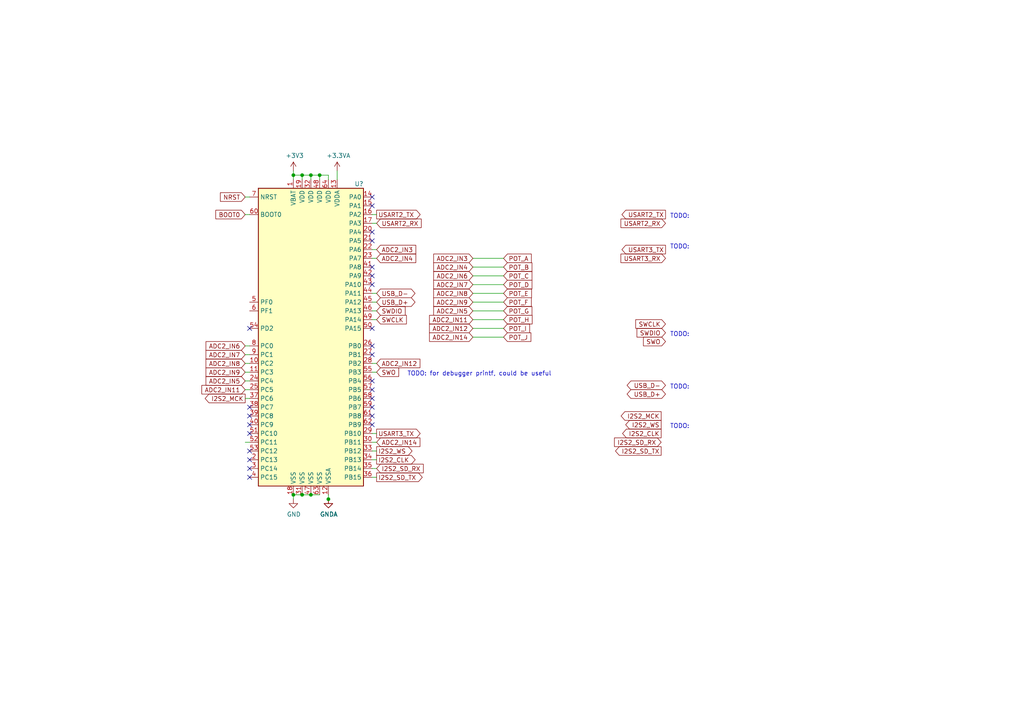
<source format=kicad_sch>
(kicad_sch (version 20211123) (generator eeschema)

  (uuid bbb4efa0-6d33-4d06-91a2-9f5ee4de8252)

  (paper "A4")

  (lib_symbols
    (symbol "MCU_ST_STM32F3:STM32F303RETx" (in_bom yes) (on_board yes)
      (property "Reference" "U" (id 0) (at -15.24 44.45 0)
        (effects (font (size 1.27 1.27)) (justify left))
      )
      (property "Value" "STM32F303RETx" (id 1) (at 10.16 44.45 0)
        (effects (font (size 1.27 1.27)) (justify left))
      )
      (property "Footprint" "Package_QFP:LQFP-64_10x10mm_P0.5mm" (id 2) (at -15.24 -43.18 0)
        (effects (font (size 1.27 1.27)) (justify right) hide)
      )
      (property "Datasheet" "http://www.st.com/st-web-ui/static/active/en/resource/technical/document/datasheet/DM00118585.pdf" (id 3) (at 0 0 0)
        (effects (font (size 1.27 1.27)) hide)
      )
      (property "ki_keywords" "ARM Cortex-M4 STM32F3 STM32F303" (id 4) (at 0 0 0)
        (effects (font (size 1.27 1.27)) hide)
      )
      (property "ki_description" "ARM Cortex-M4 MCU, 512KB flash, 64KB RAM, 72MHz, 2-3.6V, 51 GPIO, LQFP-64" (id 5) (at 0 0 0)
        (effects (font (size 1.27 1.27)) hide)
      )
      (property "ki_fp_filters" "LQFP*10x10mm*P0.5mm*" (id 6) (at 0 0 0)
        (effects (font (size 1.27 1.27)) hide)
      )
      (symbol "STM32F303RETx_0_1"
        (rectangle (start -15.24 -43.18) (end 15.24 43.18)
          (stroke (width 0.254) (type default) (color 0 0 0 0))
          (fill (type background))
        )
      )
      (symbol "STM32F303RETx_1_1"
        (pin power_in line (at -5.08 45.72 270) (length 2.54)
          (name "VBAT" (effects (font (size 1.27 1.27))))
          (number "1" (effects (font (size 1.27 1.27))))
        )
        (pin bidirectional line (at -17.78 -7.62 0) (length 2.54)
          (name "PC2" (effects (font (size 1.27 1.27))))
          (number "10" (effects (font (size 1.27 1.27))))
        )
        (pin bidirectional line (at -17.78 -10.16 0) (length 2.54)
          (name "PC3" (effects (font (size 1.27 1.27))))
          (number "11" (effects (font (size 1.27 1.27))))
        )
        (pin power_in line (at 5.08 -45.72 90) (length 2.54)
          (name "VSSA" (effects (font (size 1.27 1.27))))
          (number "12" (effects (font (size 1.27 1.27))))
        )
        (pin power_in line (at 7.62 45.72 270) (length 2.54)
          (name "VDDA" (effects (font (size 1.27 1.27))))
          (number "13" (effects (font (size 1.27 1.27))))
        )
        (pin bidirectional line (at 17.78 40.64 180) (length 2.54)
          (name "PA0" (effects (font (size 1.27 1.27))))
          (number "14" (effects (font (size 1.27 1.27))))
        )
        (pin bidirectional line (at 17.78 38.1 180) (length 2.54)
          (name "PA1" (effects (font (size 1.27 1.27))))
          (number "15" (effects (font (size 1.27 1.27))))
        )
        (pin bidirectional line (at 17.78 35.56 180) (length 2.54)
          (name "PA2" (effects (font (size 1.27 1.27))))
          (number "16" (effects (font (size 1.27 1.27))))
        )
        (pin bidirectional line (at 17.78 33.02 180) (length 2.54)
          (name "PA3" (effects (font (size 1.27 1.27))))
          (number "17" (effects (font (size 1.27 1.27))))
        )
        (pin power_in line (at -5.08 -45.72 90) (length 2.54)
          (name "VSS" (effects (font (size 1.27 1.27))))
          (number "18" (effects (font (size 1.27 1.27))))
        )
        (pin power_in line (at -2.54 45.72 270) (length 2.54)
          (name "VDD" (effects (font (size 1.27 1.27))))
          (number "19" (effects (font (size 1.27 1.27))))
        )
        (pin bidirectional line (at -17.78 -35.56 0) (length 2.54)
          (name "PC13" (effects (font (size 1.27 1.27))))
          (number "2" (effects (font (size 1.27 1.27))))
        )
        (pin bidirectional line (at 17.78 30.48 180) (length 2.54)
          (name "PA4" (effects (font (size 1.27 1.27))))
          (number "20" (effects (font (size 1.27 1.27))))
        )
        (pin bidirectional line (at 17.78 27.94 180) (length 2.54)
          (name "PA5" (effects (font (size 1.27 1.27))))
          (number "21" (effects (font (size 1.27 1.27))))
        )
        (pin bidirectional line (at 17.78 25.4 180) (length 2.54)
          (name "PA6" (effects (font (size 1.27 1.27))))
          (number "22" (effects (font (size 1.27 1.27))))
        )
        (pin bidirectional line (at 17.78 22.86 180) (length 2.54)
          (name "PA7" (effects (font (size 1.27 1.27))))
          (number "23" (effects (font (size 1.27 1.27))))
        )
        (pin bidirectional line (at -17.78 -12.7 0) (length 2.54)
          (name "PC4" (effects (font (size 1.27 1.27))))
          (number "24" (effects (font (size 1.27 1.27))))
        )
        (pin bidirectional line (at -17.78 -15.24 0) (length 2.54)
          (name "PC5" (effects (font (size 1.27 1.27))))
          (number "25" (effects (font (size 1.27 1.27))))
        )
        (pin bidirectional line (at 17.78 -2.54 180) (length 2.54)
          (name "PB0" (effects (font (size 1.27 1.27))))
          (number "26" (effects (font (size 1.27 1.27))))
        )
        (pin bidirectional line (at 17.78 -5.08 180) (length 2.54)
          (name "PB1" (effects (font (size 1.27 1.27))))
          (number "27" (effects (font (size 1.27 1.27))))
        )
        (pin bidirectional line (at 17.78 -7.62 180) (length 2.54)
          (name "PB2" (effects (font (size 1.27 1.27))))
          (number "28" (effects (font (size 1.27 1.27))))
        )
        (pin bidirectional line (at 17.78 -27.94 180) (length 2.54)
          (name "PB10" (effects (font (size 1.27 1.27))))
          (number "29" (effects (font (size 1.27 1.27))))
        )
        (pin bidirectional line (at -17.78 -38.1 0) (length 2.54)
          (name "PC14" (effects (font (size 1.27 1.27))))
          (number "3" (effects (font (size 1.27 1.27))))
        )
        (pin bidirectional line (at 17.78 -30.48 180) (length 2.54)
          (name "PB11" (effects (font (size 1.27 1.27))))
          (number "30" (effects (font (size 1.27 1.27))))
        )
        (pin power_in line (at -2.54 -45.72 90) (length 2.54)
          (name "VSS" (effects (font (size 1.27 1.27))))
          (number "31" (effects (font (size 1.27 1.27))))
        )
        (pin power_in line (at 0 45.72 270) (length 2.54)
          (name "VDD" (effects (font (size 1.27 1.27))))
          (number "32" (effects (font (size 1.27 1.27))))
        )
        (pin bidirectional line (at 17.78 -33.02 180) (length 2.54)
          (name "PB12" (effects (font (size 1.27 1.27))))
          (number "33" (effects (font (size 1.27 1.27))))
        )
        (pin bidirectional line (at 17.78 -35.56 180) (length 2.54)
          (name "PB13" (effects (font (size 1.27 1.27))))
          (number "34" (effects (font (size 1.27 1.27))))
        )
        (pin bidirectional line (at 17.78 -38.1 180) (length 2.54)
          (name "PB14" (effects (font (size 1.27 1.27))))
          (number "35" (effects (font (size 1.27 1.27))))
        )
        (pin bidirectional line (at 17.78 -40.64 180) (length 2.54)
          (name "PB15" (effects (font (size 1.27 1.27))))
          (number "36" (effects (font (size 1.27 1.27))))
        )
        (pin bidirectional line (at -17.78 -17.78 0) (length 2.54)
          (name "PC6" (effects (font (size 1.27 1.27))))
          (number "37" (effects (font (size 1.27 1.27))))
        )
        (pin bidirectional line (at -17.78 -20.32 0) (length 2.54)
          (name "PC7" (effects (font (size 1.27 1.27))))
          (number "38" (effects (font (size 1.27 1.27))))
        )
        (pin bidirectional line (at -17.78 -22.86 0) (length 2.54)
          (name "PC8" (effects (font (size 1.27 1.27))))
          (number "39" (effects (font (size 1.27 1.27))))
        )
        (pin bidirectional line (at -17.78 -40.64 0) (length 2.54)
          (name "PC15" (effects (font (size 1.27 1.27))))
          (number "4" (effects (font (size 1.27 1.27))))
        )
        (pin bidirectional line (at -17.78 -25.4 0) (length 2.54)
          (name "PC9" (effects (font (size 1.27 1.27))))
          (number "40" (effects (font (size 1.27 1.27))))
        )
        (pin bidirectional line (at 17.78 20.32 180) (length 2.54)
          (name "PA8" (effects (font (size 1.27 1.27))))
          (number "41" (effects (font (size 1.27 1.27))))
        )
        (pin bidirectional line (at 17.78 17.78 180) (length 2.54)
          (name "PA9" (effects (font (size 1.27 1.27))))
          (number "42" (effects (font (size 1.27 1.27))))
        )
        (pin bidirectional line (at 17.78 15.24 180) (length 2.54)
          (name "PA10" (effects (font (size 1.27 1.27))))
          (number "43" (effects (font (size 1.27 1.27))))
        )
        (pin bidirectional line (at 17.78 12.7 180) (length 2.54)
          (name "PA11" (effects (font (size 1.27 1.27))))
          (number "44" (effects (font (size 1.27 1.27))))
        )
        (pin bidirectional line (at 17.78 10.16 180) (length 2.54)
          (name "PA12" (effects (font (size 1.27 1.27))))
          (number "45" (effects (font (size 1.27 1.27))))
        )
        (pin bidirectional line (at 17.78 7.62 180) (length 2.54)
          (name "PA13" (effects (font (size 1.27 1.27))))
          (number "46" (effects (font (size 1.27 1.27))))
        )
        (pin power_in line (at 0 -45.72 90) (length 2.54)
          (name "VSS" (effects (font (size 1.27 1.27))))
          (number "47" (effects (font (size 1.27 1.27))))
        )
        (pin power_in line (at 2.54 45.72 270) (length 2.54)
          (name "VDD" (effects (font (size 1.27 1.27))))
          (number "48" (effects (font (size 1.27 1.27))))
        )
        (pin bidirectional line (at 17.78 5.08 180) (length 2.54)
          (name "PA14" (effects (font (size 1.27 1.27))))
          (number "49" (effects (font (size 1.27 1.27))))
        )
        (pin input line (at -17.78 10.16 0) (length 2.54)
          (name "PF0" (effects (font (size 1.27 1.27))))
          (number "5" (effects (font (size 1.27 1.27))))
        )
        (pin bidirectional line (at 17.78 2.54 180) (length 2.54)
          (name "PA15" (effects (font (size 1.27 1.27))))
          (number "50" (effects (font (size 1.27 1.27))))
        )
        (pin bidirectional line (at -17.78 -27.94 0) (length 2.54)
          (name "PC10" (effects (font (size 1.27 1.27))))
          (number "51" (effects (font (size 1.27 1.27))))
        )
        (pin bidirectional line (at -17.78 -30.48 0) (length 2.54)
          (name "PC11" (effects (font (size 1.27 1.27))))
          (number "52" (effects (font (size 1.27 1.27))))
        )
        (pin bidirectional line (at -17.78 -33.02 0) (length 2.54)
          (name "PC12" (effects (font (size 1.27 1.27))))
          (number "53" (effects (font (size 1.27 1.27))))
        )
        (pin bidirectional line (at -17.78 2.54 0) (length 2.54)
          (name "PD2" (effects (font (size 1.27 1.27))))
          (number "54" (effects (font (size 1.27 1.27))))
        )
        (pin bidirectional line (at 17.78 -10.16 180) (length 2.54)
          (name "PB3" (effects (font (size 1.27 1.27))))
          (number "55" (effects (font (size 1.27 1.27))))
        )
        (pin bidirectional line (at 17.78 -12.7 180) (length 2.54)
          (name "PB4" (effects (font (size 1.27 1.27))))
          (number "56" (effects (font (size 1.27 1.27))))
        )
        (pin bidirectional line (at 17.78 -15.24 180) (length 2.54)
          (name "PB5" (effects (font (size 1.27 1.27))))
          (number "57" (effects (font (size 1.27 1.27))))
        )
        (pin bidirectional line (at 17.78 -17.78 180) (length 2.54)
          (name "PB6" (effects (font (size 1.27 1.27))))
          (number "58" (effects (font (size 1.27 1.27))))
        )
        (pin bidirectional line (at 17.78 -20.32 180) (length 2.54)
          (name "PB7" (effects (font (size 1.27 1.27))))
          (number "59" (effects (font (size 1.27 1.27))))
        )
        (pin input line (at -17.78 7.62 0) (length 2.54)
          (name "PF1" (effects (font (size 1.27 1.27))))
          (number "6" (effects (font (size 1.27 1.27))))
        )
        (pin input line (at -17.78 35.56 0) (length 2.54)
          (name "BOOT0" (effects (font (size 1.27 1.27))))
          (number "60" (effects (font (size 1.27 1.27))))
        )
        (pin bidirectional line (at 17.78 -22.86 180) (length 2.54)
          (name "PB8" (effects (font (size 1.27 1.27))))
          (number "61" (effects (font (size 1.27 1.27))))
        )
        (pin bidirectional line (at 17.78 -25.4 180) (length 2.54)
          (name "PB9" (effects (font (size 1.27 1.27))))
          (number "62" (effects (font (size 1.27 1.27))))
        )
        (pin power_in line (at 2.54 -45.72 90) (length 2.54)
          (name "VSS" (effects (font (size 1.27 1.27))))
          (number "63" (effects (font (size 1.27 1.27))))
        )
        (pin power_in line (at 5.08 45.72 270) (length 2.54)
          (name "VDD" (effects (font (size 1.27 1.27))))
          (number "64" (effects (font (size 1.27 1.27))))
        )
        (pin input line (at -17.78 40.64 0) (length 2.54)
          (name "NRST" (effects (font (size 1.27 1.27))))
          (number "7" (effects (font (size 1.27 1.27))))
        )
        (pin bidirectional line (at -17.78 -2.54 0) (length 2.54)
          (name "PC0" (effects (font (size 1.27 1.27))))
          (number "8" (effects (font (size 1.27 1.27))))
        )
        (pin bidirectional line (at -17.78 -5.08 0) (length 2.54)
          (name "PC1" (effects (font (size 1.27 1.27))))
          (number "9" (effects (font (size 1.27 1.27))))
        )
      )
    )
    (symbol "power:+3.3V" (power) (pin_names (offset 0)) (in_bom yes) (on_board yes)
      (property "Reference" "#PWR" (id 0) (at 0 -3.81 0)
        (effects (font (size 1.27 1.27)) hide)
      )
      (property "Value" "+3.3V" (id 1) (at 0 3.556 0)
        (effects (font (size 1.27 1.27)))
      )
      (property "Footprint" "" (id 2) (at 0 0 0)
        (effects (font (size 1.27 1.27)) hide)
      )
      (property "Datasheet" "" (id 3) (at 0 0 0)
        (effects (font (size 1.27 1.27)) hide)
      )
      (property "ki_keywords" "power-flag" (id 4) (at 0 0 0)
        (effects (font (size 1.27 1.27)) hide)
      )
      (property "ki_description" "Power symbol creates a global label with name \"+3.3V\"" (id 5) (at 0 0 0)
        (effects (font (size 1.27 1.27)) hide)
      )
      (symbol "+3.3V_0_1"
        (polyline
          (pts
            (xy -0.762 1.27)
            (xy 0 2.54)
          )
          (stroke (width 0) (type default) (color 0 0 0 0))
          (fill (type none))
        )
        (polyline
          (pts
            (xy 0 0)
            (xy 0 2.54)
          )
          (stroke (width 0) (type default) (color 0 0 0 0))
          (fill (type none))
        )
        (polyline
          (pts
            (xy 0 2.54)
            (xy 0.762 1.27)
          )
          (stroke (width 0) (type default) (color 0 0 0 0))
          (fill (type none))
        )
      )
      (symbol "+3.3V_1_1"
        (pin power_in line (at 0 0 90) (length 0) hide
          (name "+3V3" (effects (font (size 1.27 1.27))))
          (number "1" (effects (font (size 1.27 1.27))))
        )
      )
    )
    (symbol "power:+3.3VA" (power) (pin_names (offset 0)) (in_bom yes) (on_board yes)
      (property "Reference" "#PWR" (id 0) (at 0 -3.81 0)
        (effects (font (size 1.27 1.27)) hide)
      )
      (property "Value" "+3.3VA" (id 1) (at 0 3.556 0)
        (effects (font (size 1.27 1.27)))
      )
      (property "Footprint" "" (id 2) (at 0 0 0)
        (effects (font (size 1.27 1.27)) hide)
      )
      (property "Datasheet" "" (id 3) (at 0 0 0)
        (effects (font (size 1.27 1.27)) hide)
      )
      (property "ki_keywords" "power-flag" (id 4) (at 0 0 0)
        (effects (font (size 1.27 1.27)) hide)
      )
      (property "ki_description" "Power symbol creates a global label with name \"+3.3VA\"" (id 5) (at 0 0 0)
        (effects (font (size 1.27 1.27)) hide)
      )
      (symbol "+3.3VA_0_1"
        (polyline
          (pts
            (xy -0.762 1.27)
            (xy 0 2.54)
          )
          (stroke (width 0) (type default) (color 0 0 0 0))
          (fill (type none))
        )
        (polyline
          (pts
            (xy 0 0)
            (xy 0 2.54)
          )
          (stroke (width 0) (type default) (color 0 0 0 0))
          (fill (type none))
        )
        (polyline
          (pts
            (xy 0 2.54)
            (xy 0.762 1.27)
          )
          (stroke (width 0) (type default) (color 0 0 0 0))
          (fill (type none))
        )
      )
      (symbol "+3.3VA_1_1"
        (pin power_in line (at 0 0 90) (length 0) hide
          (name "+3.3VA" (effects (font (size 1.27 1.27))))
          (number "1" (effects (font (size 1.27 1.27))))
        )
      )
    )
    (symbol "power:GND" (power) (pin_names (offset 0)) (in_bom yes) (on_board yes)
      (property "Reference" "#PWR" (id 0) (at 0 -6.35 0)
        (effects (font (size 1.27 1.27)) hide)
      )
      (property "Value" "GND" (id 1) (at 0 -3.81 0)
        (effects (font (size 1.27 1.27)))
      )
      (property "Footprint" "" (id 2) (at 0 0 0)
        (effects (font (size 1.27 1.27)) hide)
      )
      (property "Datasheet" "" (id 3) (at 0 0 0)
        (effects (font (size 1.27 1.27)) hide)
      )
      (property "ki_keywords" "power-flag" (id 4) (at 0 0 0)
        (effects (font (size 1.27 1.27)) hide)
      )
      (property "ki_description" "Power symbol creates a global label with name \"GND\" , ground" (id 5) (at 0 0 0)
        (effects (font (size 1.27 1.27)) hide)
      )
      (symbol "GND_0_1"
        (polyline
          (pts
            (xy 0 0)
            (xy 0 -1.27)
            (xy 1.27 -1.27)
            (xy 0 -2.54)
            (xy -1.27 -1.27)
            (xy 0 -1.27)
          )
          (stroke (width 0) (type default) (color 0 0 0 0))
          (fill (type none))
        )
      )
      (symbol "GND_1_1"
        (pin power_in line (at 0 0 270) (length 0) hide
          (name "GND" (effects (font (size 1.27 1.27))))
          (number "1" (effects (font (size 1.27 1.27))))
        )
      )
    )
    (symbol "power:GNDA" (power) (pin_names (offset 0)) (in_bom yes) (on_board yes)
      (property "Reference" "#PWR" (id 0) (at 0 -6.35 0)
        (effects (font (size 1.27 1.27)) hide)
      )
      (property "Value" "GNDA" (id 1) (at 0 -3.81 0)
        (effects (font (size 1.27 1.27)))
      )
      (property "Footprint" "" (id 2) (at 0 0 0)
        (effects (font (size 1.27 1.27)) hide)
      )
      (property "Datasheet" "" (id 3) (at 0 0 0)
        (effects (font (size 1.27 1.27)) hide)
      )
      (property "ki_keywords" "power-flag" (id 4) (at 0 0 0)
        (effects (font (size 1.27 1.27)) hide)
      )
      (property "ki_description" "Power symbol creates a global label with name \"GNDA\" , analog ground" (id 5) (at 0 0 0)
        (effects (font (size 1.27 1.27)) hide)
      )
      (symbol "GNDA_0_1"
        (polyline
          (pts
            (xy 0 0)
            (xy 0 -1.27)
            (xy 1.27 -1.27)
            (xy 0 -2.54)
            (xy -1.27 -1.27)
            (xy 0 -1.27)
          )
          (stroke (width 0) (type default) (color 0 0 0 0))
          (fill (type none))
        )
      )
      (symbol "GNDA_1_1"
        (pin power_in line (at 0 0 270) (length 0) hide
          (name "GNDA" (effects (font (size 1.27 1.27))))
          (number "1" (effects (font (size 1.27 1.27))))
        )
      )
    )
  )

  (junction (at 90.17 143.51) (diameter 0) (color 0 0 0 0)
    (uuid 2d7e6aca-3e4a-483c-8d78-12bd0636bec2)
  )
  (junction (at 95.25 144.78) (diameter 0) (color 0 0 0 0)
    (uuid 4802a032-9cea-4459-8265-eb335b9644f6)
  )
  (junction (at 90.17 50.8) (diameter 0) (color 0 0 0 0)
    (uuid 572385ff-4dde-46aa-b5dc-163093861417)
  )
  (junction (at 92.71 50.8) (diameter 0) (color 0 0 0 0)
    (uuid 671b3f40-a768-4934-8a47-f98f271cbadb)
  )
  (junction (at 87.63 143.51) (diameter 0) (color 0 0 0 0)
    (uuid 9ca58fa5-9018-46ea-8bc5-a889a3d01b03)
  )
  (junction (at 85.09 50.8) (diameter 0) (color 0 0 0 0)
    (uuid b6c52a02-0bc5-4f89-bf70-ab56d26bba61)
  )
  (junction (at 85.09 143.51) (diameter 0) (color 0 0 0 0)
    (uuid c071a080-e560-48ac-bf33-25a700352a29)
  )
  (junction (at 87.63 50.8) (diameter 0) (color 0 0 0 0)
    (uuid d663d52d-f313-499c-8c88-bdc00f21864f)
  )

  (no_connect (at 107.95 82.55) (uuid 0b3d4617-2923-46f1-91a3-6eb75b3501d7))
  (no_connect (at 107.95 80.01) (uuid 1374226c-b8c4-42a4-b5f8-91996b187e01))
  (no_connect (at 107.95 100.33) (uuid 3f2776c4-24fd-4f90-b66c-d76be9f74772))
  (no_connect (at 72.39 130.81) (uuid 49564a6e-8cb3-4149-b53e-442cad181414))
  (no_connect (at 107.95 67.31) (uuid 4e44f083-a83c-43ad-92e0-8db8ad5d6490))
  (no_connect (at 107.95 77.47) (uuid 6360339b-15c3-418d-b31a-e42c2adf8f55))
  (no_connect (at 72.39 138.43) (uuid 672061ab-ced8-4dbe-a519-a8e71f4c2251))
  (no_connect (at 107.95 95.25) (uuid 6d8f8588-0e87-4206-87f6-d8fa5d82289b))
  (no_connect (at 107.95 69.85) (uuid 756702b4-fdf0-4d01-95cb-89fd7979b11d))
  (no_connect (at 107.95 59.69) (uuid 7777bc38-800e-46f0-9682-2628a1b377aa))
  (no_connect (at 72.39 125.73) (uuid 82f17e17-6730-463a-9206-798c26c5b6f2))
  (no_connect (at 72.39 118.11) (uuid 85781bad-21e2-46ba-92a5-646fb01496dd))
  (no_connect (at 107.95 110.49) (uuid 8a3c11c0-b74e-4eda-8493-cb66f3cf0c73))
  (no_connect (at 72.39 123.19) (uuid 995d93fc-2a2b-47d9-9eaf-602748a10e41))
  (no_connect (at 107.95 123.19) (uuid 9d8f7940-b458-43c7-9b14-42bdae89f928))
  (no_connect (at 72.39 120.65) (uuid a95cb202-3781-4bd4-ba5b-8019a43667ab))
  (no_connect (at 107.95 120.65) (uuid aafc70d5-06ae-4efe-a5ff-93eecdbee974))
  (no_connect (at 107.95 113.03) (uuid adae4690-ca29-46ea-839a-0711e6c7dd7c))
  (no_connect (at 72.39 133.35) (uuid b676c1ba-9cc1-49b2-92ba-86cb83db8a0c))
  (no_connect (at 107.95 118.11) (uuid bdca195c-1e06-47d6-afa6-a6eb78f08dc9))
  (no_connect (at 72.39 95.25) (uuid c1f5b1ad-421a-4cac-a15a-1ed06bc491e3))
  (no_connect (at 107.95 102.87) (uuid d591c733-2c1d-4760-8685-2ed0535ee3f7))
  (no_connect (at 107.95 115.57) (uuid f7586753-16fb-495b-8af3-112a5da58311))
  (no_connect (at 72.39 135.89) (uuid f8b0ca46-f1ba-4901-a373-ca29a718c33f))
  (no_connect (at 107.95 57.15) (uuid fb4183b8-4108-485d-a4ce-a40447c3c997))

  (wire (pts (xy 71.12 105.41) (xy 72.39 105.41))
    (stroke (width 0) (type default) (color 0 0 0 0))
    (uuid 017dd043-e90c-467e-bbb0-c408e1f01a71)
  )
  (wire (pts (xy 90.17 50.8) (xy 90.17 52.07))
    (stroke (width 0) (type default) (color 0 0 0 0))
    (uuid 03cc363f-9e8e-426b-88b2-791d1476174f)
  )
  (wire (pts (xy 72.39 57.15) (xy 71.12 57.15))
    (stroke (width 0) (type default) (color 0 0 0 0))
    (uuid 05f03ae9-3ca7-49a5-9b61-83d18c68a23e)
  )
  (wire (pts (xy 85.09 50.8) (xy 85.09 52.07))
    (stroke (width 0) (type default) (color 0 0 0 0))
    (uuid 087ec329-93d6-4b56-bd5d-77752ee19e83)
  )
  (wire (pts (xy 137.16 82.55) (xy 146.05 82.55))
    (stroke (width 0) (type default) (color 0 0 0 0))
    (uuid 099ecebc-0b2b-4b82-8281-87d88f7de7e8)
  )
  (wire (pts (xy 87.63 50.8) (xy 87.63 52.07))
    (stroke (width 0) (type default) (color 0 0 0 0))
    (uuid 221839e8-beb1-4225-a95f-4ac82bc22e30)
  )
  (wire (pts (xy 71.12 62.23) (xy 72.39 62.23))
    (stroke (width 0) (type default) (color 0 0 0 0))
    (uuid 248f52d6-a0c3-4142-bc05-cb3efe81cfac)
  )
  (wire (pts (xy 109.22 125.73) (xy 107.95 125.73))
    (stroke (width 0) (type default) (color 0 0 0 0))
    (uuid 2683b58d-677d-4288-8736-5623288e1ae1)
  )
  (wire (pts (xy 109.22 138.43) (xy 107.95 138.43))
    (stroke (width 0) (type default) (color 0 0 0 0))
    (uuid 26e51a8f-738c-4a2f-a1df-5489c07fa042)
  )
  (wire (pts (xy 137.16 92.71) (xy 146.05 92.71))
    (stroke (width 0) (type default) (color 0 0 0 0))
    (uuid 29bd28a0-5e12-4694-bc6f-b8b8370e6ede)
  )
  (wire (pts (xy 107.95 92.71) (xy 109.22 92.71))
    (stroke (width 0) (type default) (color 0 0 0 0))
    (uuid 2d7c967f-370d-4f3c-8e2a-70dade80aba9)
  )
  (wire (pts (xy 85.09 144.78) (xy 85.09 143.51))
    (stroke (width 0) (type default) (color 0 0 0 0))
    (uuid 2e498693-5a9c-48e3-ae1a-e33ce50e7754)
  )
  (wire (pts (xy 109.22 133.35) (xy 107.95 133.35))
    (stroke (width 0) (type default) (color 0 0 0 0))
    (uuid 370bd9b2-d5f3-437a-a015-2fc06aeea07d)
  )
  (wire (pts (xy 109.22 128.27) (xy 107.95 128.27))
    (stroke (width 0) (type default) (color 0 0 0 0))
    (uuid 3927b2c1-7dbf-4599-a434-bed997e847b8)
  )
  (wire (pts (xy 107.95 130.81) (xy 109.22 130.81))
    (stroke (width 0) (type default) (color 0 0 0 0))
    (uuid 3aeeb07a-22da-4cc7-8917-4ee70fb3ddc4)
  )
  (wire (pts (xy 90.17 143.51) (xy 87.63 143.51))
    (stroke (width 0) (type default) (color 0 0 0 0))
    (uuid 3b2fb03a-3989-4cef-96be-e58c2a978469)
  )
  (wire (pts (xy 109.22 107.95) (xy 107.95 107.95))
    (stroke (width 0) (type default) (color 0 0 0 0))
    (uuid 438c0309-aade-4257-9259-de4ef8b55908)
  )
  (wire (pts (xy 107.95 64.77) (xy 109.22 64.77))
    (stroke (width 0) (type default) (color 0 0 0 0))
    (uuid 459bc8fa-3d78-4266-99e0-44b7343aa29b)
  )
  (wire (pts (xy 146.05 85.09) (xy 137.16 85.09))
    (stroke (width 0) (type default) (color 0 0 0 0))
    (uuid 4828fa4d-27b1-4dd9-b30e-d3181a2e539a)
  )
  (wire (pts (xy 92.71 50.8) (xy 92.71 52.07))
    (stroke (width 0) (type default) (color 0 0 0 0))
    (uuid 51381f42-cb21-4056-91df-7217dd3fc4ca)
  )
  (wire (pts (xy 137.16 97.79) (xy 146.05 97.79))
    (stroke (width 0) (type default) (color 0 0 0 0))
    (uuid 515ce862-9143-4412-9966-c83588758b2b)
  )
  (wire (pts (xy 72.39 100.33) (xy 71.12 100.33))
    (stroke (width 0) (type default) (color 0 0 0 0))
    (uuid 52374fb5-335f-463d-9809-a28e404426eb)
  )
  (wire (pts (xy 87.63 50.8) (xy 90.17 50.8))
    (stroke (width 0) (type default) (color 0 0 0 0))
    (uuid 5422532e-0cf5-4d5e-a854-cc7f6364ccef)
  )
  (wire (pts (xy 72.39 128.27) (xy 71.12 128.27))
    (stroke (width 0) (type default) (color 0 0 0 0))
    (uuid 63f2f71d-4237-4953-9104-dc094b933a18)
  )
  (wire (pts (xy 97.79 49.53) (xy 97.79 52.07))
    (stroke (width 0) (type default) (color 0 0 0 0))
    (uuid 6a8df660-aa30-44c2-b95f-7e0b674e7d4c)
  )
  (wire (pts (xy 85.09 49.53) (xy 85.09 50.8))
    (stroke (width 0) (type default) (color 0 0 0 0))
    (uuid 6d043b6a-c539-4855-839b-7dfadf1e890e)
  )
  (wire (pts (xy 146.05 95.25) (xy 137.16 95.25))
    (stroke (width 0) (type default) (color 0 0 0 0))
    (uuid 6d0f1447-e51e-40f8-a75f-a733fb7700ed)
  )
  (wire (pts (xy 90.17 143.51) (xy 92.71 143.51))
    (stroke (width 0) (type default) (color 0 0 0 0))
    (uuid 6f19545a-560c-4ec5-a069-9699d4c86d30)
  )
  (wire (pts (xy 90.17 50.8) (xy 92.71 50.8))
    (stroke (width 0) (type default) (color 0 0 0 0))
    (uuid 735e1ca8-0362-491a-aafe-3a82ead0c49d)
  )
  (wire (pts (xy 72.39 102.87) (xy 71.12 102.87))
    (stroke (width 0) (type default) (color 0 0 0 0))
    (uuid 7f56236f-af88-4caf-ab65-14df41d4befa)
  )
  (wire (pts (xy 137.16 87.63) (xy 146.05 87.63))
    (stroke (width 0) (type default) (color 0 0 0 0))
    (uuid 808fa804-cc29-4faf-a875-46e68dd8db35)
  )
  (wire (pts (xy 146.05 80.01) (xy 137.16 80.01))
    (stroke (width 0) (type default) (color 0 0 0 0))
    (uuid 81872f8b-e951-41d3-a4e0-0bc34d6e77b5)
  )
  (wire (pts (xy 109.22 90.17) (xy 107.95 90.17))
    (stroke (width 0) (type default) (color 0 0 0 0))
    (uuid 84c9e9ad-584f-4fe3-af79-d384f47841dc)
  )
  (wire (pts (xy 85.09 143.51) (xy 87.63 143.51))
    (stroke (width 0) (type default) (color 0 0 0 0))
    (uuid 850eddf9-ef2b-446a-822d-fa873d2c3aad)
  )
  (wire (pts (xy 71.12 110.49) (xy 72.39 110.49))
    (stroke (width 0) (type default) (color 0 0 0 0))
    (uuid 9785f258-08ea-4574-a37a-533393e9ddb2)
  )
  (wire (pts (xy 137.16 74.93) (xy 146.05 74.93))
    (stroke (width 0) (type default) (color 0 0 0 0))
    (uuid 9c0bdf1c-f557-4094-a9fe-b2aa15480f33)
  )
  (wire (pts (xy 72.39 107.95) (xy 71.12 107.95))
    (stroke (width 0) (type default) (color 0 0 0 0))
    (uuid a01e33e8-442d-4737-bf10-6f51667b391c)
  )
  (wire (pts (xy 95.25 144.78) (xy 95.25 143.51))
    (stroke (width 0) (type default) (color 0 0 0 0))
    (uuid a23ac190-17b5-46d2-bdee-b0e543141a42)
  )
  (wire (pts (xy 92.71 50.8) (xy 95.25 50.8))
    (stroke (width 0) (type default) (color 0 0 0 0))
    (uuid a7a1388e-f230-40d3-8e0c-7076eacdbc43)
  )
  (wire (pts (xy 95.25 50.8) (xy 95.25 52.07))
    (stroke (width 0) (type default) (color 0 0 0 0))
    (uuid b24fac93-b458-46ec-9fcc-12c0b04b3019)
  )
  (wire (pts (xy 107.95 87.63) (xy 109.22 87.63))
    (stroke (width 0) (type default) (color 0 0 0 0))
    (uuid b32f66da-e0fb-4b94-a174-04d07694dc79)
  )
  (wire (pts (xy 109.22 135.89) (xy 107.95 135.89))
    (stroke (width 0) (type default) (color 0 0 0 0))
    (uuid bc39d05d-2f17-49c6-acd9-20183bb0221e)
  )
  (wire (pts (xy 72.39 113.03) (xy 71.12 113.03))
    (stroke (width 0) (type default) (color 0 0 0 0))
    (uuid da5f2b88-6aab-4951-8055-eb6e1293334f)
  )
  (wire (pts (xy 109.22 72.39) (xy 107.95 72.39))
    (stroke (width 0) (type default) (color 0 0 0 0))
    (uuid dc2e8d0f-e354-4b50-9e4e-82c071407597)
  )
  (wire (pts (xy 109.22 85.09) (xy 107.95 85.09))
    (stroke (width 0) (type default) (color 0 0 0 0))
    (uuid dd76c3f0-e496-443e-b2aa-e2b6fff6b8fe)
  )
  (wire (pts (xy 146.05 90.17) (xy 137.16 90.17))
    (stroke (width 0) (type default) (color 0 0 0 0))
    (uuid df4342ca-22d6-47ad-81e7-63beac82a603)
  )
  (wire (pts (xy 87.63 50.8) (xy 85.09 50.8))
    (stroke (width 0) (type default) (color 0 0 0 0))
    (uuid e1c07498-e7c4-4df5-a0d2-67c05c13128a)
  )
  (wire (pts (xy 137.16 77.47) (xy 146.05 77.47))
    (stroke (width 0) (type default) (color 0 0 0 0))
    (uuid e86f83a6-5c51-403c-a66f-4a2e20bae95b)
  )
  (wire (pts (xy 72.39 115.57) (xy 71.12 115.57))
    (stroke (width 0) (type default) (color 0 0 0 0))
    (uuid f2ba5e25-cfbe-426b-9ee6-81d18418157d)
  )
  (wire (pts (xy 107.95 74.93) (xy 109.22 74.93))
    (stroke (width 0) (type default) (color 0 0 0 0))
    (uuid f6c39c9a-5eb1-4e77-a0da-32730599f315)
  )
  (wire (pts (xy 109.22 62.23) (xy 107.95 62.23))
    (stroke (width 0) (type default) (color 0 0 0 0))
    (uuid ff2aefa1-a5d6-4a8c-acdc-67a7695e8de2)
  )
  (wire (pts (xy 109.22 105.41) (xy 107.95 105.41))
    (stroke (width 0) (type default) (color 0 0 0 0))
    (uuid ff70eab4-d330-429b-bfe8-ac48168be9be)
  )

  (text "TODO: \n" (at 194.31 63.5 0)
    (effects (font (size 1.27 1.27)) (justify left bottom))
    (uuid 1593f11f-0dac-4804-9178-6cfb6f4e0f45)
  )
  (text "TODO: \n" (at 194.31 124.46 0)
    (effects (font (size 1.27 1.27)) (justify left bottom))
    (uuid 2b48a417-8522-4071-bba5-571e0cedc48a)
  )
  (text "TODO: for debugger printf, could be useful\n" (at 118.11 109.22 0)
    (effects (font (size 1.27 1.27)) (justify left bottom))
    (uuid 66ebc5cd-a210-46be-9f71-754e917def58)
  )
  (text "TODO: \n" (at 194.31 97.79 0)
    (effects (font (size 1.27 1.27)) (justify left bottom))
    (uuid 8ec117c3-6211-49fb-8336-78f0cf2f969d)
  )
  (text "TODO: \n" (at 194.31 113.03 0)
    (effects (font (size 1.27 1.27)) (justify left bottom))
    (uuid abdd2f8a-91f9-44ad-acdf-08b468c79427)
  )
  (text "TODO: \n" (at 194.31 72.39 0)
    (effects (font (size 1.27 1.27)) (justify left bottom))
    (uuid b3e41d3f-fd58-4608-bdd7-58b6a290f859)
  )

  (global_label "ADC2_IN3" (shape input) (at 109.22 72.39 0) (fields_autoplaced)
    (effects (font (size 1.27 1.27)) (justify left))
    (uuid 002d8f0a-3a08-4fb5-ae0b-fcb1cbc2116c)
    (property "Intersheet References" "${INTERSHEET_REFS}" (id 0) (at 0 0 0)
      (effects (font (size 1.27 1.27)) hide)
    )
  )
  (global_label "ADC2_IN5" (shape input) (at 137.16 90.17 180) (fields_autoplaced)
    (effects (font (size 1.27 1.27)) (justify right))
    (uuid 0a45295a-2888-47d0-9ef6-46b2c10429f1)
    (property "Intersheet References" "${INTERSHEET_REFS}" (id 0) (at 0 0 0)
      (effects (font (size 1.27 1.27)) hide)
    )
  )
  (global_label "USART2_TX" (shape output) (at 109.22 62.23 0) (fields_autoplaced)
    (effects (font (size 1.27 1.27)) (justify left))
    (uuid 0be1c7c3-ce89-4012-9013-372c6ec98b51)
    (property "Intersheet References" "${INTERSHEET_REFS}" (id 0) (at 0 0 0)
      (effects (font (size 1.27 1.27)) hide)
    )
  )
  (global_label "USART3_RX" (shape input) (at 193.04 74.93 180) (fields_autoplaced)
    (effects (font (size 1.27 1.27)) (justify right))
    (uuid 0bf2261d-ab02-423b-8ec9-1492a2c64c83)
    (property "Intersheet References" "${INTERSHEET_REFS}" (id 0) (at 0 0 0)
      (effects (font (size 1.27 1.27)) hide)
    )
  )
  (global_label "SWDIO" (shape input) (at 109.22 90.17 0) (fields_autoplaced)
    (effects (font (size 1.27 1.27)) (justify left))
    (uuid 1136f85f-9546-49b2-b252-a41df4b234bf)
    (property "Intersheet References" "${INTERSHEET_REFS}" (id 0) (at 0 0 0)
      (effects (font (size 1.27 1.27)) hide)
    )
  )
  (global_label "POT_E" (shape input) (at 146.05 85.09 0) (fields_autoplaced)
    (effects (font (size 1.27 1.27)) (justify left))
    (uuid 154d93d3-7690-40bd-9ca0-d84aae00b1bb)
    (property "Intersheet References" "${INTERSHEET_REFS}" (id 0) (at 0 0 0)
      (effects (font (size 1.27 1.27)) hide)
    )
  )
  (global_label "ADC2_IN6" (shape input) (at 137.16 80.01 180) (fields_autoplaced)
    (effects (font (size 1.27 1.27)) (justify right))
    (uuid 1ba920c7-95a5-46ca-a59f-39d1afd52be5)
    (property "Intersheet References" "${INTERSHEET_REFS}" (id 0) (at 0 0 0)
      (effects (font (size 1.27 1.27)) hide)
    )
  )
  (global_label "USB_D-" (shape bidirectional) (at 193.04 111.76 180) (fields_autoplaced)
    (effects (font (size 1.27 1.27)) (justify right))
    (uuid 1f3abcc8-5c98-4f1b-ab8d-8a80482cc38c)
    (property "Intersheet References" "${INTERSHEET_REFS}" (id 0) (at 0 0 0)
      (effects (font (size 1.27 1.27)) hide)
    )
  )
  (global_label "ADC2_IN12" (shape input) (at 109.22 105.41 0) (fields_autoplaced)
    (effects (font (size 1.27 1.27)) (justify left))
    (uuid 26817a03-d5b1-4cc9-921a-569b19018957)
    (property "Intersheet References" "${INTERSHEET_REFS}" (id 0) (at 0 0 0)
      (effects (font (size 1.27 1.27)) hide)
    )
  )
  (global_label "POT_B" (shape input) (at 146.05 77.47 0) (fields_autoplaced)
    (effects (font (size 1.27 1.27)) (justify left))
    (uuid 37773c6c-4698-4a17-b893-5b717a63d011)
    (property "Intersheet References" "${INTERSHEET_REFS}" (id 0) (at 0 0 0)
      (effects (font (size 1.27 1.27)) hide)
    )
  )
  (global_label "POT_I" (shape input) (at 146.05 95.25 0) (fields_autoplaced)
    (effects (font (size 1.27 1.27)) (justify left))
    (uuid 382881bb-b48b-4285-a6e1-1b7855cd13ee)
    (property "Intersheet References" "${INTERSHEET_REFS}" (id 0) (at 0 0 0)
      (effects (font (size 1.27 1.27)) hide)
    )
  )
  (global_label "I2S2_WS" (shape output) (at 109.22 130.81 0) (fields_autoplaced)
    (effects (font (size 1.27 1.27)) (justify left))
    (uuid 38c03227-3bf4-4eeb-9e8e-3a43fbd44e89)
    (property "Intersheet References" "${INTERSHEET_REFS}" (id 0) (at 0 0 0)
      (effects (font (size 1.27 1.27)) hide)
    )
  )
  (global_label "USART2_RX" (shape input) (at 109.22 64.77 0) (fields_autoplaced)
    (effects (font (size 1.27 1.27)) (justify left))
    (uuid 3b73c327-6cde-46fb-a45b-601ea3bf8254)
    (property "Intersheet References" "${INTERSHEET_REFS}" (id 0) (at 0 0 0)
      (effects (font (size 1.27 1.27)) hide)
    )
  )
  (global_label "USB_D+" (shape bidirectional) (at 193.04 114.3 180) (fields_autoplaced)
    (effects (font (size 1.27 1.27)) (justify right))
    (uuid 3c2a063b-f9dd-4686-9b0e-8ffc9bc54105)
    (property "Intersheet References" "${INTERSHEET_REFS}" (id 0) (at 0 0 0)
      (effects (font (size 1.27 1.27)) hide)
    )
  )
  (global_label "SWO" (shape input) (at 109.22 107.95 0) (fields_autoplaced)
    (effects (font (size 1.27 1.27)) (justify left))
    (uuid 3ff6eeaf-a66d-43cd-babf-eab88963ff8f)
    (property "Intersheet References" "${INTERSHEET_REFS}" (id 0) (at 0 0 0)
      (effects (font (size 1.27 1.27)) hide)
    )
  )
  (global_label "ADC2_IN14" (shape input) (at 109.22 128.27 0) (fields_autoplaced)
    (effects (font (size 1.27 1.27)) (justify left))
    (uuid 42bde477-d833-4c1c-bcea-0adc087b9cdb)
    (property "Intersheet References" "${INTERSHEET_REFS}" (id 0) (at 0 0 0)
      (effects (font (size 1.27 1.27)) hide)
    )
  )
  (global_label "I2S2_MCK" (shape output) (at 191.77 120.65 180) (fields_autoplaced)
    (effects (font (size 1.27 1.27)) (justify right))
    (uuid 42c67919-1df4-4b28-a540-09b08ee6e31a)
    (property "Intersheet References" "${INTERSHEET_REFS}" (id 0) (at 0 0 0)
      (effects (font (size 1.27 1.27)) hide)
    )
  )
  (global_label "ADC2_IN11" (shape input) (at 137.16 92.71 180) (fields_autoplaced)
    (effects (font (size 1.27 1.27)) (justify right))
    (uuid 4939317d-74fa-4ea3-8931-c797c9541480)
    (property "Intersheet References" "${INTERSHEET_REFS}" (id 0) (at 0 0 0)
      (effects (font (size 1.27 1.27)) hide)
    )
  )
  (global_label "ADC2_IN8" (shape input) (at 71.12 105.41 180) (fields_autoplaced)
    (effects (font (size 1.27 1.27)) (justify right))
    (uuid 4e5ac205-61af-40a3-9f26-9dd4c0cf50dc)
    (property "Intersheet References" "${INTERSHEET_REFS}" (id 0) (at 0 0 0)
      (effects (font (size 1.27 1.27)) hide)
    )
  )
  (global_label "POT_C" (shape input) (at 146.05 80.01 0) (fields_autoplaced)
    (effects (font (size 1.27 1.27)) (justify left))
    (uuid 5b987337-fde1-4e72-a7ba-b5dd8a9039fa)
    (property "Intersheet References" "${INTERSHEET_REFS}" (id 0) (at 0 0 0)
      (effects (font (size 1.27 1.27)) hide)
    )
  )
  (global_label "ADC2_IN14" (shape input) (at 137.16 97.79 180) (fields_autoplaced)
    (effects (font (size 1.27 1.27)) (justify right))
    (uuid 5efa4020-e82c-478c-9817-a5f423b3f8fb)
    (property "Intersheet References" "${INTERSHEET_REFS}" (id 0) (at 0 0 0)
      (effects (font (size 1.27 1.27)) hide)
    )
  )
  (global_label "ADC2_IN6" (shape input) (at 71.12 100.33 180) (fields_autoplaced)
    (effects (font (size 1.27 1.27)) (justify right))
    (uuid 6156adc7-2037-4421-a8d8-ffbb0b5c3f85)
    (property "Intersheet References" "${INTERSHEET_REFS}" (id 0) (at 0 0 0)
      (effects (font (size 1.27 1.27)) hide)
    )
  )
  (global_label "POT_F" (shape input) (at 146.05 87.63 0) (fields_autoplaced)
    (effects (font (size 1.27 1.27)) (justify left))
    (uuid 61cdd2e4-67d2-4e1a-b559-8c75ac170ac7)
    (property "Intersheet References" "${INTERSHEET_REFS}" (id 0) (at 0 0 0)
      (effects (font (size 1.27 1.27)) hide)
    )
  )
  (global_label "USART3_TX" (shape output) (at 109.22 125.73 0) (fields_autoplaced)
    (effects (font (size 1.27 1.27)) (justify left))
    (uuid 669dbbf9-752b-4463-97ca-6050e043f79a)
    (property "Intersheet References" "${INTERSHEET_REFS}" (id 0) (at 0 0 0)
      (effects (font (size 1.27 1.27)) hide)
    )
  )
  (global_label "I2S2_SD_RX" (shape input) (at 109.22 135.89 0) (fields_autoplaced)
    (effects (font (size 1.27 1.27)) (justify left))
    (uuid 6a24ff16-09d2-4cb0-b187-929bab9ef700)
    (property "Intersheet References" "${INTERSHEET_REFS}" (id 0) (at 0 0 0)
      (effects (font (size 1.27 1.27)) hide)
    )
  )
  (global_label "I2S2_SD_TX" (shape output) (at 191.77 130.81 180) (fields_autoplaced)
    (effects (font (size 1.27 1.27)) (justify right))
    (uuid 6e9de82c-f7b8-484d-a32f-4c7151dc588b)
    (property "Intersheet References" "${INTERSHEET_REFS}" (id 0) (at 0 0 0)
      (effects (font (size 1.27 1.27)) hide)
    )
  )
  (global_label "SWDIO" (shape input) (at 193.04 96.52 180) (fields_autoplaced)
    (effects (font (size 1.27 1.27)) (justify right))
    (uuid 76960e24-1435-4844-8b13-de7bb0469bd5)
    (property "Intersheet References" "${INTERSHEET_REFS}" (id 0) (at 0 0 0)
      (effects (font (size 1.27 1.27)) hide)
    )
  )
  (global_label "ADC2_IN8" (shape input) (at 137.16 85.09 180) (fields_autoplaced)
    (effects (font (size 1.27 1.27)) (justify right))
    (uuid 7a3e8042-a699-4685-83b8-f20b6933a59c)
    (property "Intersheet References" "${INTERSHEET_REFS}" (id 0) (at 0 0 0)
      (effects (font (size 1.27 1.27)) hide)
    )
  )
  (global_label "ADC2_IN9" (shape input) (at 71.12 107.95 180) (fields_autoplaced)
    (effects (font (size 1.27 1.27)) (justify right))
    (uuid 7e1cc92d-6a65-40ef-bad2-b95f0fa5dcf5)
    (property "Intersheet References" "${INTERSHEET_REFS}" (id 0) (at 0 0 0)
      (effects (font (size 1.27 1.27)) hide)
    )
  )
  (global_label "USB_D-" (shape bidirectional) (at 109.22 85.09 0) (fields_autoplaced)
    (effects (font (size 1.27 1.27)) (justify left))
    (uuid 7eecee3b-faf2-4eb2-8060-2a8528121a82)
    (property "Intersheet References" "${INTERSHEET_REFS}" (id 0) (at 0 0 0)
      (effects (font (size 1.27 1.27)) hide)
    )
  )
  (global_label "NRST" (shape input) (at 71.12 57.15 180) (fields_autoplaced)
    (effects (font (size 1.27 1.27)) (justify right))
    (uuid 831bc877-136e-4501-b3fc-ed82ba50ae5d)
    (property "Intersheet References" "${INTERSHEET_REFS}" (id 0) (at 0 0 0)
      (effects (font (size 1.27 1.27)) hide)
    )
  )
  (global_label "POT_A" (shape input) (at 146.05 74.93 0) (fields_autoplaced)
    (effects (font (size 1.27 1.27)) (justify left))
    (uuid 854e1b82-81ac-44dc-ac16-29012dd5bfad)
    (property "Intersheet References" "${INTERSHEET_REFS}" (id 0) (at 0 0 0)
      (effects (font (size 1.27 1.27)) hide)
    )
  )
  (global_label "I2S2_SD_RX" (shape input) (at 191.77 128.27 180) (fields_autoplaced)
    (effects (font (size 1.27 1.27)) (justify right))
    (uuid 8aa6b702-c735-4b20-9be9-c0bbbed77799)
    (property "Intersheet References" "${INTERSHEET_REFS}" (id 0) (at 0 0 0)
      (effects (font (size 1.27 1.27)) hide)
    )
  )
  (global_label "ADC2_IN7" (shape input) (at 71.12 102.87 180) (fields_autoplaced)
    (effects (font (size 1.27 1.27)) (justify right))
    (uuid 914823f9-73e7-4d74-aa4b-dca9e0fae967)
    (property "Intersheet References" "${INTERSHEET_REFS}" (id 0) (at 0 0 0)
      (effects (font (size 1.27 1.27)) hide)
    )
  )
  (global_label "POT_D" (shape input) (at 146.05 82.55 0) (fields_autoplaced)
    (effects (font (size 1.27 1.27)) (justify left))
    (uuid 95d49d43-50ca-4523-a6ba-5635b93e0dac)
    (property "Intersheet References" "${INTERSHEET_REFS}" (id 0) (at 0 0 0)
      (effects (font (size 1.27 1.27)) hide)
    )
  )
  (global_label "SWO" (shape input) (at 193.04 99.06 180) (fields_autoplaced)
    (effects (font (size 1.27 1.27)) (justify right))
    (uuid 9618975e-a9e0-4241-a822-ee8e2e3125e5)
    (property "Intersheet References" "${INTERSHEET_REFS}" (id 0) (at 0 0 0)
      (effects (font (size 1.27 1.27)) hide)
    )
  )
  (global_label "USART2_RX" (shape input) (at 193.04 64.77 180) (fields_autoplaced)
    (effects (font (size 1.27 1.27)) (justify right))
    (uuid 9aac9f8f-abb4-4cff-9fe7-53ce3f6082b7)
    (property "Intersheet References" "${INTERSHEET_REFS}" (id 0) (at 0 0 0)
      (effects (font (size 1.27 1.27)) hide)
    )
  )
  (global_label "POT_H" (shape input) (at 146.05 92.71 0) (fields_autoplaced)
    (effects (font (size 1.27 1.27)) (justify left))
    (uuid a84fba58-8279-43c0-8d23-14b519bb6091)
    (property "Intersheet References" "${INTERSHEET_REFS}" (id 0) (at 0 0 0)
      (effects (font (size 1.27 1.27)) hide)
    )
  )
  (global_label "ADC2_IN12" (shape input) (at 137.16 95.25 180) (fields_autoplaced)
    (effects (font (size 1.27 1.27)) (justify right))
    (uuid b00fd51a-61e5-4872-86d2-eb283500c82a)
    (property "Intersheet References" "${INTERSHEET_REFS}" (id 0) (at 0 0 0)
      (effects (font (size 1.27 1.27)) hide)
    )
  )
  (global_label "ADC2_IN4" (shape input) (at 109.22 74.93 0) (fields_autoplaced)
    (effects (font (size 1.27 1.27)) (justify left))
    (uuid b22a2119-825f-4f5b-a08d-8e91080c75a9)
    (property "Intersheet References" "${INTERSHEET_REFS}" (id 0) (at 0 0 0)
      (effects (font (size 1.27 1.27)) hide)
    )
  )
  (global_label "USART2_TX" (shape output) (at 193.04 62.23 180) (fields_autoplaced)
    (effects (font (size 1.27 1.27)) (justify right))
    (uuid b5380737-7fc6-49da-8884-43367d6b823b)
    (property "Intersheet References" "${INTERSHEET_REFS}" (id 0) (at 0 0 0)
      (effects (font (size 1.27 1.27)) hide)
    )
  )
  (global_label "I2S2_CLK" (shape output) (at 109.22 133.35 0) (fields_autoplaced)
    (effects (font (size 1.27 1.27)) (justify left))
    (uuid be6c6311-4b15-4c05-aa7d-7cb6665834e9)
    (property "Intersheet References" "${INTERSHEET_REFS}" (id 0) (at 0 0 0)
      (effects (font (size 1.27 1.27)) hide)
    )
  )
  (global_label "I2S2_WS" (shape output) (at 191.77 123.19 180) (fields_autoplaced)
    (effects (font (size 1.27 1.27)) (justify right))
    (uuid bebc0de7-2c76-4c88-99b4-16ef61f603a5)
    (property "Intersheet References" "${INTERSHEET_REFS}" (id 0) (at 0 0 0)
      (effects (font (size 1.27 1.27)) hide)
    )
  )
  (global_label "ADC2_IN5" (shape input) (at 71.12 110.49 180) (fields_autoplaced)
    (effects (font (size 1.27 1.27)) (justify right))
    (uuid c88eaa6f-53c0-407a-8c29-44c6fa10fb5d)
    (property "Intersheet References" "${INTERSHEET_REFS}" (id 0) (at 0 0 0)
      (effects (font (size 1.27 1.27)) hide)
    )
  )
  (global_label "I2S2_CLK" (shape output) (at 191.77 125.73 180) (fields_autoplaced)
    (effects (font (size 1.27 1.27)) (justify right))
    (uuid d42f3e1e-4472-49e7-961c-9f69450807d2)
    (property "Intersheet References" "${INTERSHEET_REFS}" (id 0) (at 0 0 0)
      (effects (font (size 1.27 1.27)) hide)
    )
  )
  (global_label "USART3_TX" (shape output) (at 193.04 72.39 180) (fields_autoplaced)
    (effects (font (size 1.27 1.27)) (justify right))
    (uuid d4d89362-5562-4e8c-b126-d51c25bf4ce2)
    (property "Intersheet References" "${INTERSHEET_REFS}" (id 0) (at 0 0 0)
      (effects (font (size 1.27 1.27)) hide)
    )
  )
  (global_label "ADC2_IN3" (shape input) (at 137.16 74.93 180) (fields_autoplaced)
    (effects (font (size 1.27 1.27)) (justify right))
    (uuid d5aed74c-ceb4-46d2-996b-3a53ac37397f)
    (property "Intersheet References" "${INTERSHEET_REFS}" (id 0) (at 0 0 0)
      (effects (font (size 1.27 1.27)) hide)
    )
  )
  (global_label "USB_D+" (shape bidirectional) (at 109.22 87.63 0) (fields_autoplaced)
    (effects (font (size 1.27 1.27)) (justify left))
    (uuid dae5c622-1e8a-413d-b780-1977f2cb36a5)
    (property "Intersheet References" "${INTERSHEET_REFS}" (id 0) (at 0 0 0)
      (effects (font (size 1.27 1.27)) hide)
    )
  )
  (global_label "I2S2_SD_TX" (shape output) (at 109.22 138.43 0) (fields_autoplaced)
    (effects (font (size 1.27 1.27)) (justify left))
    (uuid dd2f13cf-2716-4651-bb3b-20f0dbf4dad1)
    (property "Intersheet References" "${INTERSHEET_REFS}" (id 0) (at 0 0 0)
      (effects (font (size 1.27 1.27)) hide)
    )
  )
  (global_label "SWCLK" (shape input) (at 193.04 93.98 180) (fields_autoplaced)
    (effects (font (size 1.27 1.27)) (justify right))
    (uuid de09fbe5-62f3-49c9-8536-f70171a67086)
    (property "Intersheet References" "${INTERSHEET_REFS}" (id 0) (at 0 0 0)
      (effects (font (size 1.27 1.27)) hide)
    )
  )
  (global_label "ADC2_IN4" (shape input) (at 137.16 77.47 180) (fields_autoplaced)
    (effects (font (size 1.27 1.27)) (justify right))
    (uuid e30a8a80-d048-4bd5-8690-dbfcc691bba4)
    (property "Intersheet References" "${INTERSHEET_REFS}" (id 0) (at 0 0 0)
      (effects (font (size 1.27 1.27)) hide)
    )
  )
  (global_label "BOOT0" (shape input) (at 71.12 62.23 180) (fields_autoplaced)
    (effects (font (size 1.27 1.27)) (justify right))
    (uuid e4030c23-e66d-41ae-b1a3-5517c6a242d8)
    (property "Intersheet References" "${INTERSHEET_REFS}" (id 0) (at 0 0 0)
      (effects (font (size 1.27 1.27)) hide)
    )
  )
  (global_label "ADC2_IN11" (shape input) (at 71.12 113.03 180) (fields_autoplaced)
    (effects (font (size 1.27 1.27)) (justify right))
    (uuid e5c01722-3dff-491b-858c-c0fe4b20ee2a)
    (property "Intersheet References" "${INTERSHEET_REFS}" (id 0) (at 0 0 0)
      (effects (font (size 1.27 1.27)) hide)
    )
  )
  (global_label "ADC2_IN7" (shape input) (at 137.16 82.55 180) (fields_autoplaced)
    (effects (font (size 1.27 1.27)) (justify right))
    (uuid e80aa8e4-7819-4eda-9dd7-207b8c3ca846)
    (property "Intersheet References" "${INTERSHEET_REFS}" (id 0) (at 0 0 0)
      (effects (font (size 1.27 1.27)) hide)
    )
  )
  (global_label "SWCLK" (shape input) (at 109.22 92.71 0) (fields_autoplaced)
    (effects (font (size 1.27 1.27)) (justify left))
    (uuid e8fb26f4-6abe-4b2f-ad4a-454661a62262)
    (property "Intersheet References" "${INTERSHEET_REFS}" (id 0) (at 0 0 0)
      (effects (font (size 1.27 1.27)) hide)
    )
  )
  (global_label "POT_G" (shape input) (at 146.05 90.17 0) (fields_autoplaced)
    (effects (font (size 1.27 1.27)) (justify left))
    (uuid f5835f0a-492c-45a6-b88c-fa3b6a65f65b)
    (property "Intersheet References" "${INTERSHEET_REFS}" (id 0) (at 0 0 0)
      (effects (font (size 1.27 1.27)) hide)
    )
  )
  (global_label "POT_J" (shape input) (at 146.05 97.79 0) (fields_autoplaced)
    (effects (font (size 1.27 1.27)) (justify left))
    (uuid f906acdb-6453-462d-8167-a7e5ad72babd)
    (property "Intersheet References" "${INTERSHEET_REFS}" (id 0) (at 0 0 0)
      (effects (font (size 1.27 1.27)) hide)
    )
  )
  (global_label "I2S2_MCK" (shape output) (at 71.12 115.57 180) (fields_autoplaced)
    (effects (font (size 1.27 1.27)) (justify right))
    (uuid f9216c84-38d8-4087-a1d1-57102a9c24ab)
    (property "Intersheet References" "${INTERSHEET_REFS}" (id 0) (at 0 0 0)
      (effects (font (size 1.27 1.27)) hide)
    )
  )
  (global_label "ADC2_IN9" (shape input) (at 137.16 87.63 180) (fields_autoplaced)
    (effects (font (size 1.27 1.27)) (justify right))
    (uuid fd109001-c0e9-46f8-9295-2c956087ded8)
    (property "Intersheet References" "${INTERSHEET_REFS}" (id 0) (at 0 0 0)
      (effects (font (size 1.27 1.27)) hide)
    )
  )

  (symbol (lib_id "power:GND") (at 85.09 144.78 0) (unit 1)
    (in_bom yes) (on_board yes)
    (uuid 00000000-0000-0000-0000-0000622b268a)
    (property "Reference" "#PWR?" (id 0) (at 85.09 151.13 0)
      (effects (font (size 1.27 1.27)) hide)
    )
    (property "Value" "" (id 1) (at 85.217 149.1742 0))
    (property "Footprint" "" (id 2) (at 85.09 144.78 0)
      (effects (font (size 1.27 1.27)) hide)
    )
    (property "Datasheet" "" (id 3) (at 85.09 144.78 0)
      (effects (font (size 1.27 1.27)) hide)
    )
    (pin "1" (uuid 6ef80eeb-317e-424a-a536-a93fb0b300a4))
  )

  (symbol (lib_id "power:+3.3VA") (at 97.79 49.53 0) (unit 1)
    (in_bom yes) (on_board yes)
    (uuid 00000000-0000-0000-0000-0000622b2691)
    (property "Reference" "#PWR?" (id 0) (at 97.79 53.34 0)
      (effects (font (size 1.27 1.27)) hide)
    )
    (property "Value" "" (id 1) (at 98.171 45.1358 0))
    (property "Footprint" "" (id 2) (at 97.79 49.53 0)
      (effects (font (size 1.27 1.27)) hide)
    )
    (property "Datasheet" "" (id 3) (at 97.79 49.53 0)
      (effects (font (size 1.27 1.27)) hide)
    )
    (pin "1" (uuid 47f8b17f-ba76-4432-975a-49073717bdc6))
  )

  (symbol (lib_id "power:GNDA") (at 95.25 144.78 0) (unit 1)
    (in_bom yes) (on_board yes)
    (uuid 00000000-0000-0000-0000-0000622b2719)
    (property "Reference" "#PWR?" (id 0) (at 95.25 151.13 0)
      (effects (font (size 1.27 1.27)) hide)
    )
    (property "Value" "" (id 1) (at 95.377 149.1742 0))
    (property "Footprint" "" (id 2) (at 95.25 144.78 0)
      (effects (font (size 1.27 1.27)) hide)
    )
    (property "Datasheet" "" (id 3) (at 95.25 144.78 0)
      (effects (font (size 1.27 1.27)) hide)
    )
    (pin "1" (uuid 2c18bb1b-e6d3-4038-9512-8b2652cfdb63))
  )

  (symbol (lib_id "power:GNDA") (at 95.25 144.78 0) (unit 1)
    (in_bom yes) (on_board yes)
    (uuid 00000000-0000-0000-0000-0000622b2720)
    (property "Reference" "#PWR?" (id 0) (at 95.25 151.13 0)
      (effects (font (size 1.27 1.27)) hide)
    )
    (property "Value" "" (id 1) (at 95.377 149.1742 0))
    (property "Footprint" "" (id 2) (at 95.25 144.78 0)
      (effects (font (size 1.27 1.27)) hide)
    )
    (property "Datasheet" "" (id 3) (at 95.25 144.78 0)
      (effects (font (size 1.27 1.27)) hide)
    )
    (pin "1" (uuid bfac37ac-4f12-4b3b-b3ba-df68fc90f886))
  )

  (symbol (lib_id "MCU_ST_STM32F3:STM32F303RETx") (at 90.17 97.79 0) (unit 1)
    (in_bom yes) (on_board yes)
    (uuid 00000000-0000-0000-0000-0000622b2727)
    (property "Reference" "U?" (id 0) (at 104.14 53.34 0))
    (property "Value" "" (id 1) (at 104.14 142.24 0))
    (property "Footprint" "" (id 2) (at 74.93 140.97 0)
      (effects (font (size 1.27 1.27)) (justify right) hide)
    )
    (property "Datasheet" "http://www.st.com/st-web-ui/static/active/en/resource/technical/document/datasheet/DM00118585.pdf" (id 3) (at 90.17 97.79 0)
      (effects (font (size 1.27 1.27)) hide)
    )
    (pin "1" (uuid 075b3be1-d86e-4368-baac-52958a971ef3))
    (pin "10" (uuid d550ddcf-b251-4513-b421-d88ae5311d1f))
    (pin "11" (uuid b8a7671a-da6f-4462-b974-2fdb7c886539))
    (pin "12" (uuid ac2a0fe8-9752-46d9-9c1b-1db6cf04705d))
    (pin "13" (uuid cbf36a72-ae49-467c-ba05-17ffce5a6e1e))
    (pin "14" (uuid d0e0d04a-b0c2-447b-a262-79a783bd8fb7))
    (pin "15" (uuid 5d6b9024-35e2-4e06-86e6-04bb2326364d))
    (pin "16" (uuid 16adccd4-91e9-48b1-bc33-b3f938229a13))
    (pin "17" (uuid 8de1d6c2-8d36-47c1-baee-4b6f993c6b47))
    (pin "18" (uuid 6b47b639-d8a7-416b-bc66-8f83d1d8a2f6))
    (pin "19" (uuid c8716166-47df-4fe4-8736-fe883e457bb7))
    (pin "2" (uuid c4277944-8909-4f1d-98d1-c47a903b8e76))
    (pin "20" (uuid 0ebc5826-5e71-4352-9fc8-c36b590329e9))
    (pin "21" (uuid e56ea3d6-36a2-4506-bf8d-9cc56e28dbd2))
    (pin "22" (uuid af923078-d630-46f1-a65b-418f5f2b1e1c))
    (pin "23" (uuid 7146a45e-fa53-4dac-a95b-f64211871b5b))
    (pin "24" (uuid 38eb056a-2d09-40b9-ae4f-89dec8db058d))
    (pin "25" (uuid e2d6b2e6-3d24-4003-8764-6c09ee94e97d))
    (pin "26" (uuid 94719372-6feb-4a17-9188-da1506613729))
    (pin "27" (uuid 316b448e-ee72-44b8-acc0-03cde3b486c4))
    (pin "28" (uuid aef00e3b-a10c-4191-a0d4-1c18c0b55b05))
    (pin "29" (uuid af368f4d-e8a4-446a-99d1-f9ecdf0e2272))
    (pin "3" (uuid 50fd9533-3fdf-4575-a144-c3651580554f))
    (pin "30" (uuid 6da14da9-bc5d-42a7-a103-57d73d921703))
    (pin "31" (uuid 73639ac7-9007-409b-95fe-82634005e5a3))
    (pin "32" (uuid 0002c63c-23ff-4fdf-be65-93de8c58561e))
    (pin "33" (uuid 425d521f-6f9b-4525-a806-6b072f5c32ba))
    (pin "34" (uuid 9f77dd5d-dd9d-4f7d-9272-7cea9e212f0f))
    (pin "35" (uuid 0922338a-96bc-4d84-bcb4-f4da9e458133))
    (pin "36" (uuid 435d511e-7ff1-412f-8d0d-dd3152120c1f))
    (pin "37" (uuid 4ac7f53c-4be8-45dd-aef7-1d1053788490))
    (pin "38" (uuid 034ae9fd-b3a8-4006-a4a0-1ee57f8125cd))
    (pin "39" (uuid fbfa2cc2-6012-4ccd-ab2a-7e0c64807e8c))
    (pin "4" (uuid cb0ab2b1-cca2-411b-a809-e5cde2ab68e7))
    (pin "40" (uuid 737876c6-5ca1-44a6-933a-47b259d2c7a9))
    (pin "41" (uuid 92b93787-6ced-479f-ad73-a0b96bec936d))
    (pin "42" (uuid e7d49293-94df-43a1-8cd9-30280cb7fb06))
    (pin "43" (uuid 2f7a4f70-42c8-4c96-a595-8cd42d8e16d1))
    (pin "44" (uuid 1d72d004-e836-40d1-b531-b749883668ce))
    (pin "45" (uuid b42aadd8-1d83-4ff8-a4b4-e96a61b41e9a))
    (pin "46" (uuid 64719527-9aa0-4f87-b23c-1fa3440dd19d))
    (pin "47" (uuid cdeb8905-1efe-49c2-8908-cdee860d8695))
    (pin "48" (uuid 4335d4cb-6f80-4b7c-9c91-d2f6e1236fa8))
    (pin "49" (uuid 9135da43-291d-421e-9e7d-f77692bfa459))
    (pin "5" (uuid 57976eec-db4a-46c9-b9e5-d8006a80c9e9))
    (pin "50" (uuid 99374afa-f396-451d-a7f3-1d660e187b0e))
    (pin "51" (uuid 423d1f74-ff96-4ad8-9ccc-3b1c1f1ca23b))
    (pin "52" (uuid 73998d45-1a8b-4f65-aa91-6b17d2f8c9c2))
    (pin "53" (uuid c59d5bf5-8f8a-4658-9e30-b36948c7b383))
    (pin "54" (uuid 53bfa65f-9e24-4d11-9a8f-2af9a56d0400))
    (pin "55" (uuid d532d513-c0d1-47e2-b64e-362905435cac))
    (pin "56" (uuid 29c42079-ebb9-4944-a877-5661d6236d04))
    (pin "57" (uuid 90b8b07f-51e8-4417-bf69-d75320ded3db))
    (pin "58" (uuid 290fd942-d0b2-4385-a49c-0367916bf27c))
    (pin "59" (uuid ba5f3d91-a693-4fd4-9bae-ecfbe86ca5b6))
    (pin "6" (uuid d16671a0-36d9-4c5c-a130-78d434f343e1))
    (pin "60" (uuid 937c4caf-9231-4cdf-b625-0aa08d6573ae))
    (pin "61" (uuid 58421812-efa4-4d11-b4c4-39c97b7cc9aa))
    (pin "62" (uuid 18405582-fe8f-403d-828b-09706e6ef034))
    (pin "63" (uuid 16c5045e-78ea-49ee-bd87-3a3e6f08dbd8))
    (pin "64" (uuid b512eec6-a07c-4342-aeca-dc82552a1c19))
    (pin "7" (uuid 1a4bb552-e39b-42a6-928d-31ee0f02c76e))
    (pin "8" (uuid 7ecaece3-990e-462e-8908-78883d0461d5))
    (pin "9" (uuid 6d596087-7ab4-4923-ae92-16d8fb9c608f))
  )

  (symbol (lib_id "power:+3.3V") (at 85.09 49.53 0) (unit 1)
    (in_bom yes) (on_board yes)
    (uuid 00000000-0000-0000-0000-0000622b2739)
    (property "Reference" "#PWR?" (id 0) (at 85.09 53.34 0)
      (effects (font (size 1.27 1.27)) hide)
    )
    (property "Value" "" (id 1) (at 85.471 45.1358 0))
    (property "Footprint" "" (id 2) (at 85.09 49.53 0)
      (effects (font (size 1.27 1.27)) hide)
    )
    (property "Datasheet" "" (id 3) (at 85.09 49.53 0)
      (effects (font (size 1.27 1.27)) hide)
    )
    (pin "1" (uuid 45b50c1a-7f1d-41a8-9d57-02ee2b71f9b8))
  )
)

</source>
